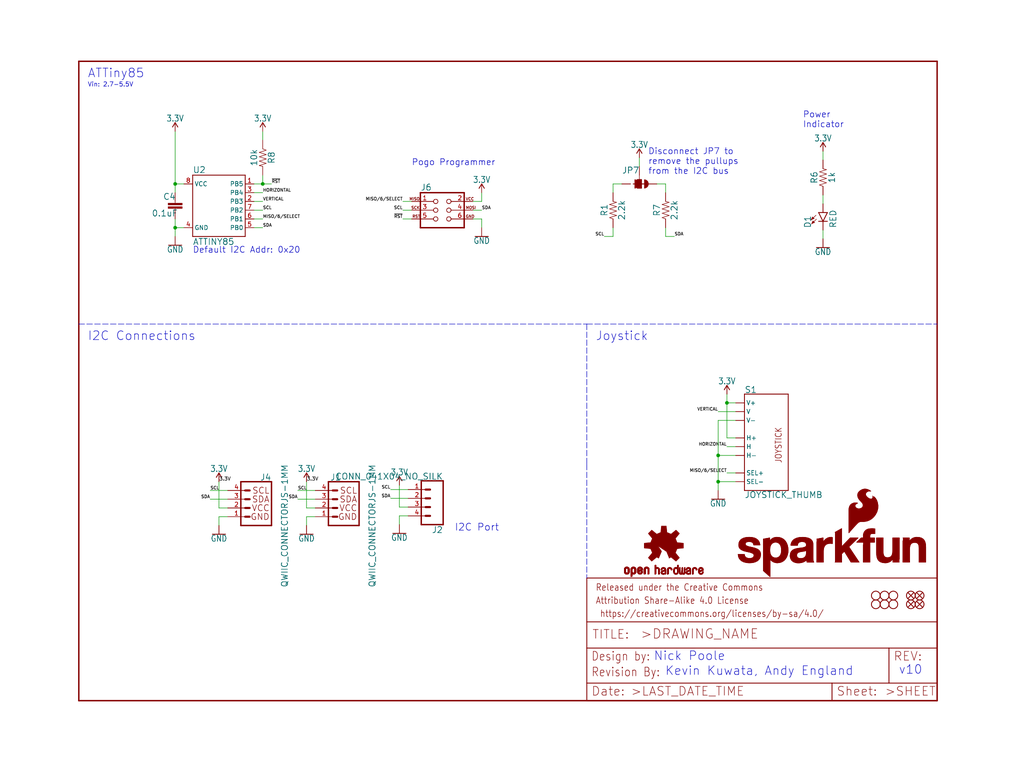
<source format=kicad_sch>
(kicad_sch (version 20211123) (generator eeschema)
  (paper "User" 297.002 223.926)
  (lib_symbols
    (symbol "eagleSchem-eagle-import:0.1UF-0603-25V-(+80{slash}-20%)"
      (property "Reference" "C" (at 1.524 2.921 0))
      (property "Value" "0.1UF-0603-25V-(+80{slash}-20%)" (at 1.524 -2.159 0))
      (symbol "0.1UF-0603-25V-(+80{slash}-20%)_1_0"
        (pin passive line (at 0 5.08 270) (length 2.54) (name "1") (number "1"))
        (pin passive line (at 0 -2.54 90) (length 2.54) (name "2") (number "2"))
      )
    )
    (symbol "eagleSchem-eagle-import:10KOHM-0603-1{slash}10W-1%"
      (property "Reference" "R" (at 0 1.524 0))
      (property "Value" "10KOHM-0603-1{slash}10W-1%" (at 0 -1.524 0))
      (symbol "10KOHM-0603-1{slash}10W-1%_1_0"
        (pin passive line (at -5.08 0 0) (length 2.54) (name "1") (number "1"))
        (pin passive line (at 5.08 0 180) (length 2.54) (name "2") (number "2"))
      )
    )
    (symbol "eagleSchem-eagle-import:1KOHM-0603-1{slash}10W-1%"
      (property "Reference" "R" (at 0 1.524 0))
      (property "Value" "1KOHM-0603-1{slash}10W-1%" (at 0 -1.524 0))
      (symbol "1KOHM-0603-1{slash}10W-1%_1_0"
        (pin passive line (at -5.08 0 0) (length 2.54) (name "1") (number "1"))
        (pin passive line (at 5.08 0 180) (length 2.54) (name "2") (number "2"))
      )
    )
    (symbol "eagleSchem-eagle-import:2.2KOHM-0603-1{slash}10W-1%"
      (property "Reference" "R" (at 0 1.524 0))
      (property "Value" "2.2KOHM-0603-1{slash}10W-1%" (at 0 -1.524 0))
      (symbol "2.2KOHM-0603-1{slash}10W-1%_1_0"
        (pin passive line (at -5.08 0 0) (length 2.54) (name "1") (number "1"))
        (pin passive line (at 5.08 0 180) (length 2.54) (name "2") (number "2"))
      )
    )
    (symbol "eagleSchem-eagle-import:3.3V" (power)
      (property "Value" "3.3V" (at 0 2.794 0))
      (symbol "3.3V_1_0"
        (pin power_in line (at 0 0 90) (length 2.54) (name "3.3V") (number "1"))
      )
    )
    (symbol "eagleSchem-eagle-import:ATTINY85"
      (property "Reference" "U" (at -7.62 8.128 0))
      (property "Value" "ATTINY85" (at -7.62 -12.7 0))
      (symbol "ATTINY85_1_0"
        (pin bidirectional line (at 10.16 5.08 180) (length 2.54) (name "PB5") (number "1"))
        (pin bidirectional line (at 10.16 0 180) (length 2.54) (name "PB3") (number "2"))
        (pin bidirectional line (at 10.16 2.54 180) (length 2.54) (name "PB4") (number "3"))
        (pin bidirectional line (at -10.16 -7.62 0) (length 2.54) (name "GND") (number "4"))
        (pin bidirectional line (at 10.16 -7.62 180) (length 2.54) (name "PB0") (number "5"))
        (pin bidirectional line (at 10.16 -5.08 180) (length 2.54) (name "PB1") (number "6"))
        (pin bidirectional line (at 10.16 -2.54 180) (length 2.54) (name "PB2") (number "7"))
        (pin bidirectional line (at -10.16 5.08 0) (length 2.54) (name "VCC") (number "8"))
      )
    )
    (symbol "eagleSchem-eagle-import:AVR_SPI_PROG_3X2TESTPOINTS"
      (property "Reference" "J" (at -5.08 5.588 0))
      (property "Value" "AVR_SPI_PROG_3X2TESTPOINTS" (at -5.08 -7.366 0))
      (symbol "AVR_SPI_PROG_3X2TESTPOINTS_1_0"
        (text "GND" (at 8.001 -2.286 0) (effects (font (size 0.8128 0.8128)) (justify left bottom)))
        (text "MISO" (at -5.207 2.794 0) (effects (font (size 0.8128 0.8128)) (justify right bottom)))
        (text "MOSI" (at 8.001 0.254 0) (effects (font (size 0.8128 0.8128)) (justify left bottom)))
        (text "RST" (at -5.08 -2.286 0) (effects (font (size 0.8128 0.8128)) (justify right bottom)))
        (text "SCK" (at -5.207 0.254 0) (effects (font (size 0.8128 0.8128)) (justify right bottom)))
        (text "VCC" (at 8.001 2.794 0) (effects (font (size 0.8128 0.8128)) (justify left bottom)))
        (pin passive inverted (at -7.62 2.54 0) (length 7.62) (name "1") (number "1"))
        (pin passive inverted (at 10.16 2.54 180) (length 7.62) (name "2") (number "2"))
        (pin passive inverted (at -7.62 0 0) (length 7.62) (name "3") (number "3"))
        (pin passive inverted (at 10.16 0 180) (length 7.62) (name "4") (number "4"))
        (pin passive inverted (at -7.62 -2.54 0) (length 7.62) (name "5") (number "5"))
        (pin passive inverted (at 10.16 -2.54 180) (length 7.62) (name "6") (number "6"))
      )
    )
    (symbol "eagleSchem-eagle-import:CONN_041X04_NO_SILK"
      (property "Reference" "J" (at -5.08 8.128 0))
      (property "Value" "CONN_041X04_NO_SILK" (at -5.08 -7.366 0))
      (symbol "CONN_041X04_NO_SILK_1_0"
        (pin passive line (at 5.08 -2.54 180) (length 5.08) (name "1") (number "1"))
        (pin passive line (at 5.08 0 180) (length 5.08) (name "2") (number "2"))
        (pin passive line (at 5.08 2.54 180) (length 5.08) (name "3") (number "3"))
        (pin passive line (at 5.08 5.08 180) (length 5.08) (name "4") (number "4"))
      )
    )
    (symbol "eagleSchem-eagle-import:FIDUCIALUFIDUCIAL")
    (symbol "eagleSchem-eagle-import:FRAME-LETTER"
      (symbol "FRAME-LETTER_2_0"
        (text " https://creativecommons.org/licenses/by-sa/4.0/" (at 2.54 24.13 0) (effects (font (size 1.9304 1.6408)) (justify left bottom)))
        (text ">DRAWING_NAME" (at 15.494 17.78 0) (effects (font (size 2.7432 2.7432)) (justify left bottom)))
        (text ">LAST_DATE_TIME" (at 12.7 1.27 0) (effects (font (size 2.54 2.54)) (justify left bottom)))
        (text ">SHEET" (at 86.36 1.27 0) (effects (font (size 2.54 2.54)) (justify left bottom)))
        (text "Attribution Share-Alike 4.0 License" (at 2.54 27.94 0) (effects (font (size 1.9304 1.6408)) (justify left bottom)))
        (text "Date:" (at 1.27 1.27 0) (effects (font (size 2.54 2.54)) (justify left bottom)))
        (text "Design by:" (at 1.27 11.43 0) (effects (font (size 2.54 2.159)) (justify left bottom)))
        (text "Released under the Creative Commons" (at 2.54 31.75 0) (effects (font (size 1.9304 1.6408)) (justify left bottom)))
        (text "REV:" (at 88.9 11.43 0) (effects (font (size 2.54 2.54)) (justify left bottom)))
        (text "Sheet:" (at 72.39 1.27 0) (effects (font (size 2.54 2.54)) (justify left bottom)))
        (text "TITLE:" (at 1.524 17.78 0) (effects (font (size 2.54 2.54)) (justify left bottom)))
      )
    )
    (symbol "eagleSchem-eagle-import:GND" (power)
      (property "Value" "GND" (at 0 -0.254 0))
      (symbol "GND_1_0"
        (pin power_in line (at 0 2.54 270) (length 2.54) (name "GND") (number "1"))
      )
    )
    (symbol "eagleSchem-eagle-import:JOYSTICK_THUMB"
      (property "Reference" "S" (at -7.62 12.954 0))
      (property "Value" "JOYSTICK_THUMB" (at -7.62 -15.494 0))
      (symbol "JOYSTICK_THUMB_1_0"
        (text "JOYSTICK" (at 3.302 -7.366 900) (effects (font (size 1.778 1.5113)) (justify left bottom)))
        (pin bidirectional line (at -10.16 -10.16 0) (length 2.54) (name "SEL+") (number "B1A"))
        (pin bidirectional line (at -10.16 -12.7 0) (length 2.54) (name "SEL-") (number "B2A"))
        (pin bidirectional line (at -10.16 0 0) (length 2.54) (name "H+") (number "H1"))
        (pin bidirectional line (at -10.16 -2.54 0) (length 2.54) (name "H") (number "H2"))
        (pin bidirectional line (at -10.16 -5.08 0) (length 2.54) (name "H-") (number "H3"))
        (pin bidirectional line (at -10.16 10.16 0) (length 2.54) (name "V+") (number "V1"))
        (pin bidirectional line (at -10.16 7.62 0) (length 2.54) (name "V") (number "V2"))
        (pin bidirectional line (at -10.16 5.08 0) (length 2.54) (name "V-") (number "V3"))
      )
    )
    (symbol "eagleSchem-eagle-import:JUMPER-SMT_3_2-NC_TRACE_NO-SILK"
      (property "Reference" "JP" (at 2.54 0.381 0))
      (property "Value" "JUMPER-SMT_3_2-NC_TRACE_NO-SILK" (at 2.54 -0.381 0))
      (symbol "JUMPER-SMT_3_2-NC_TRACE_NO-SILK_1_0"
        (pin passive line (at 0 5.08 270) (length 2.54) (name "1") (number "1"))
        (pin passive line (at -5.08 0 0) (length 2.54) (name "2") (number "2"))
        (pin passive line (at 0 -5.08 90) (length 2.54) (name "3") (number "3"))
      )
    )
    (symbol "eagleSchem-eagle-import:LED-RED0603"
      (property "Reference" "D" (at -3.429 -4.572 90))
      (property "Value" "LED-RED0603" (at 1.905 -4.572 90))
      (symbol "LED-RED0603_1_0"
        (pin passive line (at 0 2.54 270) (length 2.54) (name "A") (number "A"))
        (pin passive line (at 0 -5.08 90) (length 2.54) (name "C") (number "C"))
      )
    )
    (symbol "eagleSchem-eagle-import:OSHW-LOGOMINI")
    (symbol "eagleSchem-eagle-import:QWIIC_CONNECTORJS-1MM"
      (property "Reference" "J" (at -5.08 7.874 0))
      (property "Value" "QWIIC_CONNECTORJS-1MM" (at -5.08 -5.334 0))
      (symbol "QWIIC_CONNECTORJS-1MM_1_0"
        (text "GND" (at -4.572 -2.54 0) (effects (font (size 1.778 1.778)) (justify left)))
        (text "SCL" (at -4.572 5.08 0) (effects (font (size 1.778 1.778)) (justify left)))
        (text "SDA" (at -4.572 2.54 0) (effects (font (size 1.778 1.778)) (justify left)))
        (text "VCC" (at -4.572 0 0) (effects (font (size 1.778 1.778)) (justify left)))
        (pin power_in line (at 7.62 -2.54 180) (length 5.08) (name "1") (number "1"))
        (pin power_in line (at 7.62 0 180) (length 5.08) (name "2") (number "2"))
        (pin passive line (at 7.62 2.54 180) (length 5.08) (name "3") (number "3"))
        (pin passive line (at 7.62 5.08 180) (length 5.08) (name "4") (number "4"))
      )
    )
    (symbol "eagleSchem-eagle-import:REVISION"
      (symbol "REVISION_1_0"
        (text "Revision By: " (at 0 0 0) (effects (font (size 2.54 2.159)) (justify left bottom)))
      )
    )
    (symbol "eagleSchem-eagle-import:SFE_LOGO_NAME_FLAME.1_INCH")
    (symbol "eagleSchem-eagle-import:STAND-OFF")
    (symbol "eagleSchem-eagle-import:VCC" (power)
      (property "Value" "VCC" (at 0 2.794 0))
      (symbol "VCC_1_0"
        (pin power_in line (at 0 0 90) (length 2.54) (name "VCC") (number "1"))
      )
    )
  )
  (junction (at 208.28 132.08))
  (junction (at 50.8 66.04))
  (junction (at 208.28 139.7))
  (junction (at 76.2 53.34))
  (junction (at 210.82 116.84))
  (junction (at 50.8 53.34))
  (wire (pts (xy 238.6838 56.5658) (xy 238.6838 59.1058)))
  (wire (pts (xy 76.2 38.1) (xy 76.2 40.64)))
  (wire (pts (xy 50.8 53.34) (xy 50.8 55.88)))
  (wire (pts (xy 50.8 38.1) (xy 50.8 53.34)))
  (wire (pts (xy 76.2 53.34) (xy 78.74 53.34)))
  (wire (pts (xy 91.44 144.78) (xy 86.36 144.78)))
  (wire (pts (xy 208.28 139.7) (xy 208.28 142.24)))
  (wire (pts (xy 66.04 142.24) (xy 60.96 142.24)))
  (wire (pts (xy 50.8 63.5) (xy 50.8 66.04)))
  (wire (pts (xy 73.66 66.04) (xy 76.2 66.04)))
  (wire (pts (xy 88.9 139.7) (xy 88.9 147.32)))
  (wire (pts (xy 73.66 60.96) (xy 76.2 60.96)))
  (wire (pts (xy 73.66 58.42) (xy 76.2 58.42)))
  (wire (pts (xy 50.8 66.04) (xy 53.34 66.04)))
  (wire (pts (xy 63.5 139.7) (xy 63.5 147.32)))
  (wire (pts (xy 210.82 116.84) (xy 210.82 114.3)))
  (wire (pts (xy 213.36 116.84) (xy 210.82 116.84)))
  (wire (pts (xy 213.36 119.38) (xy 208.28 119.38)))
  (wire (pts (xy 177.8 55.88) (xy 177.8 53.34)))
  (wire (pts (xy 76.2 53.34) (xy 76.2 50.8)))
  (wire (pts (xy 137.16 63.5) (xy 139.7 63.5)))
  (wire (pts (xy 50.8 68.58) (xy 50.8 66.04)))
  (wire (pts (xy 177.8 66.04) (xy 177.8 68.58)))
  (wire (pts (xy 193.04 55.88) (xy 193.04 53.34)))
  (wire (pts (xy 73.66 53.34) (xy 76.2 53.34)))
  (wire (pts (xy 177.8 68.58) (xy 175.26 68.58)))
  (wire (pts (xy 193.04 66.04) (xy 193.04 68.58)))
  (wire (pts (xy 63.5 149.86) (xy 63.5 152.4)))
  (wire (pts (xy 115.824 147.066) (xy 115.824 140.716)))
  (wire (pts (xy 119.38 60.96) (xy 116.84 60.96)))
  (polyline (pts (xy 170.18 93.98) (xy 271.78 93.98)))
  (wire (pts (xy 50.8 53.34) (xy 53.34 53.34)))
  (wire (pts (xy 118.364 147.066) (xy 115.824 147.066)))
  (wire (pts (xy 66.04 144.78) (xy 60.96 144.78)))
  (wire (pts (xy 137.16 58.42) (xy 139.7 58.42)))
  (wire (pts (xy 73.66 55.88) (xy 76.2 55.88)))
  (wire (pts (xy 213.36 127) (xy 210.82 127)))
  (wire (pts (xy 193.04 53.34) (xy 190.5 53.34)))
  (wire (pts (xy 115.824 149.606) (xy 115.824 152.146)))
  (polyline (pts (xy 170.18 134.62) (xy 170.18 167.64)))
  (wire (pts (xy 118.364 144.526) (xy 113.284 144.526)))
  (wire (pts (xy 213.36 129.54) (xy 210.82 129.54)))
  (wire (pts (xy 91.44 149.86) (xy 88.9 149.86)))
  (wire (pts (xy 88.9 149.86) (xy 88.9 152.4)))
  (wire (pts (xy 193.04 68.58) (xy 195.58 68.58)))
  (wire (pts (xy 118.364 149.606) (xy 115.824 149.606)))
  (wire (pts (xy 210.82 121.92) (xy 208.28 121.92)))
  (wire (pts (xy 73.66 63.5) (xy 76.2 63.5)))
  (wire (pts (xy 208.28 121.92) (xy 208.28 132.08)))
  (wire (pts (xy 185.42 48.26) (xy 185.42 45.72)))
  (wire (pts (xy 119.38 58.42) (xy 116.84 58.42)))
  (wire (pts (xy 238.6838 66.7258) (xy 238.6838 69.2658)))
  (wire (pts (xy 91.44 142.24) (xy 86.36 142.24)))
  (wire (pts (xy 177.8 53.34) (xy 180.34 53.34)))
  (wire (pts (xy 213.36 137.16) (xy 210.82 137.16)))
  (wire (pts (xy 208.28 139.7) (xy 213.36 139.7)))
  (wire (pts (xy 213.36 132.08) (xy 208.28 132.08)))
  (wire (pts (xy 210.82 116.84) (xy 210.82 127)))
  (polyline (pts (xy 22.86 93.98) (xy 170.18 93.98)))
  (wire (pts (xy 213.36 121.92) (xy 210.82 121.92)))
  (wire (pts (xy 238.6838 43.8658) (xy 238.6838 46.4058)))
  (wire (pts (xy 139.7 55.88) (xy 139.7 58.42)))
  (wire (pts (xy 63.5 147.32) (xy 66.04 147.32)))
  (wire (pts (xy 88.9 147.32) (xy 91.44 147.32)))
  (wire (pts (xy 208.28 132.08) (xy 208.28 139.7)))
  (wire (pts (xy 118.364 141.986) (xy 113.284 141.986)))
  (polyline (pts (xy 170.18 93.98) (xy 170.18 134.62)))
  (wire (pts (xy 119.38 63.5) (xy 116.84 63.5)))
  (wire (pts (xy 139.7 63.5) (xy 139.7 66.04)))
  (wire (pts (xy 137.16 60.96) (xy 139.7 60.96)))
  (wire (pts (xy 66.04 149.86) (xy 63.5 149.86)))
  (text "ATTiny85" (at 25.4 22.86 180) (effects (font (size 2.54 2.54)) (justify left bottom)))
  (text "Nick Poole" (at 189.5348 191.8716 180) (effects (font (size 2.54 2.54)) (justify left bottom)))
  (text "I2C Connections" (at 25.4 99.06 180) (effects (font (size 2.54 2.54)) (justify left bottom)))
  (text "Kevin Kuwata, Andy England" (at 192.8368 196.1896 180) (effects (font (size 2.54 2.54)) (justify left bottom)))
  (text "Power\nIndicator" (at 232.8418 37.2618 180) (effects (font (size 1.778 1.778)) (justify left bottom)))
  (text "Joystick" (at 172.72 99.06 180) (effects (font (size 2.54 2.54)) (justify left bottom)))
  (text "Pogo Programmer" (at 119.38 48.26 180) (effects (font (size 1.778 1.778)) (justify left bottom)))
  (text "Disconnect JP7 to\nremove the pullups\nfrom the I2C bus" (at 187.96 50.8 0) (effects (font (size 1.778 1.778)) (justify left bottom)))
  (text "I2C Port" (at 131.826 151.892 180) (effects (font (size 2.032 2.032)) (justify left top)))
  (text "Vin: 2.7-5.5V" (at 25.4 25.4 180) (effects (font (size 1.27 1.27)) (justify left bottom)))
  (text "Default I2C Addr: 0x20" (at 55.88 73.66 180) (effects (font (size 1.778 1.778)) (justify left bottom)))
  (text "v10" (at 260.604 195.834 180) (effects (font (size 2.54 2.54)) (justify left bottom)))
  (label "3.3V" (at 63.5 139.7 0) (effects (font (size 1.016 1.016))))
  (label "SCL" (at 76.2 60.96 0) (effects (font (size 0.889 0.889))))
  (label "HORIZONTAL" (at 76.2 55.88 0) (effects (font (size 0.889 0.889))))
  (label "HORIZONTAL" (at 210.82 129.54 180) (effects (font (size 0.889 0.889))))
  (label "SCL" (at 116.84 60.96 180) (effects (font (size 0.889 0.889))))
  (label "~{RST}" (at 116.84 63.5 180) (effects (font (size 0.889 0.889))))
  (label "MISO/6/SELECT" (at 76.2 63.5 0) (effects (font (size 0.889 0.889))))
  (label "SDA" (at 113.284 144.526 180) (effects (font (size 0.889 0.889))))
  (label "SDA" (at 76.2 66.04 0) (effects (font (size 0.889 0.889))))
  (label "3.3V" (at 88.9 139.7 0) (effects (font (size 1.016 1.016))))
  (label "MISO/6/SELECT" (at 116.84 58.42 180) (effects (font (size 0.889 0.889))))
  (label "SDA" (at 139.7 60.96 0) (effects (font (size 0.889 0.889))))
  (label "SCL" (at 175.26 68.58 180) (effects (font (size 0.889 0.889))))
  (label "SCL" (at 86.36 142.24 0) (effects (font (size 0.889 0.889))))
  (label "~{RST}" (at 78.74 53.34 0) (effects (font (size 0.889 0.889))))
  (label "SDA" (at 195.58 68.58 0) (effects (font (size 0.889 0.889))))
  (label "SCL" (at 113.284 141.986 180) (effects (font (size 0.889 0.889))))
  (label "VERTICAL" (at 76.2 58.42 0) (effects (font (size 0.889 0.889))))
  (label "SDA" (at 60.96 144.78 180) (effects (font (size 0.889 0.889))))
  (label "VERTICAL" (at 208.28 119.38 180) (effects (font (size 0.889 0.889))))
  (label "MISO/6/SELECT" (at 210.82 137.16 180) (effects (font (size 0.889 0.889))))
  (label "SDA" (at 86.36 144.78 180) (effects (font (size 0.889 0.889))))
  (label "SCL" (at 60.96 142.24 0) (effects (font (size 0.889 0.889))))
  (symbol (lib_id "eagleSchem-eagle-import:0.1UF-0603-25V-(+80{slash}-20%)") (at 50.8 60.96 0) (unit 1)
    (property "Reference" "C4" (at 47.244 58.039 0) (effects (font (size 1.778 1.778)) (justify left bottom)))
    (property "Value" "0.1uF" (at 43.942 62.865 0) (effects (font (size 1.778 1.778)) (justify left bottom)))
    (property "Footprint" "eagleSchem:0603" (effects hide))
  )
  (symbol (lib_id "eagleSchem-eagle-import:REVISION") (at 171.45 196.342 0) (unit 1)
    (property "Reference" "LOGO2" (effects hide))
    (property "Value" "REVISION" (effects hide))
    (property "Footprint" "eagleSchem:REVISION" (effects hide))
  )
  (symbol (lib_id "eagleSchem-eagle-import:GND") (at 139.7 68.58 0) (unit 1)
    (property "Reference" "#GND5" (effects hide))
    (property "Value" "GND" (at 139.7 68.834 0) (effects (font (size 1.778 1.5113)) (justify top)))
    (property "Footprint" "eagleSchem:" (effects hide))
  )
  (symbol (lib_id "eagleSchem-eagle-import:FIDUCIALUFIDUCIAL") (at 264.16 172.72 0) (unit 1)
    (property "Reference" "JP2" (effects hide))
    (property "Value" "FIDUCIALUFIDUCIAL" (effects hide))
    (property "Footprint" "eagleSchem:MICRO-FIDUCIAL" (effects hide))
  )
  (symbol (lib_id "eagleSchem-eagle-import:ATTINY85") (at 63.5 58.42 0) (unit 1)
    (property "Reference" "U2" (at 55.88 50.292 0) (effects (font (size 1.778 1.778)) (justify left bottom)))
    (property "Value" "ATTINY85" (at 55.88 71.12 0) (effects (font (size 1.778 1.778)) (justify left bottom)))
    (property "Footprint" "eagleSchem:ATTINY85" (effects hide))
  )
  (symbol (lib_id "eagleSchem-eagle-import:GND") (at 88.9 154.94 0) (unit 1)
    (property "Reference" "#GND1" (effects hide))
    (property "Value" "GND" (at 88.9 155.194 0) (effects (font (size 1.778 1.5113)) (justify top)))
    (property "Footprint" "eagleSchem:" (effects hide))
  )
  (symbol (lib_id "eagleSchem-eagle-import:GND") (at 208.28 144.78 0) (unit 1)
    (property "Reference" "#GND7" (effects hide))
    (property "Value" "GND" (at 208.28 145.034 0) (effects (font (size 1.778 1.5113)) (justify top)))
    (property "Footprint" "eagleSchem:" (effects hide))
  )
  (symbol (lib_id "eagleSchem-eagle-import:2.2KOHM-0603-1{slash}10W-1%") (at 177.8 60.96 90) (unit 1)
    (property "Reference" "R1" (at 176.276 60.96 0) (effects (font (size 1.778 1.778)) (justify bottom)))
    (property "Value" "2.2k" (at 179.324 60.96 0) (effects (font (size 1.778 1.778)) (justify top)))
    (property "Footprint" "eagleSchem:0603" (effects hide))
  )
  (symbol (lib_id "eagleSchem-eagle-import:GND") (at 50.8 71.12 0) (unit 1)
    (property "Reference" "#GND3" (effects hide))
    (property "Value" "GND" (at 50.8 71.374 0) (effects (font (size 1.778 1.5113)) (justify top)))
    (property "Footprint" "eagleSchem:" (effects hide))
  )
  (symbol (lib_id "eagleSchem-eagle-import:JUMPER-SMT_3_2-NC_TRACE_NO-SILK") (at 185.42 53.34 270) (unit 1)
    (property "Reference" "JP7" (at 180.34 50.419 90) (effects (font (size 1.778 1.778)) (justify left bottom)))
    (property "Value" "JUMPER-SMT_3_2-NC_TRACE_NO-SILK" (effects hide))
    (property "Footprint" "eagleSchem:SMT-JUMPER_3_2-NC_TRACE_NO-SILK" (effects hide))
  )
  (symbol (lib_id "eagleSchem-eagle-import:1KOHM-0603-1{slash}10W-1%") (at 238.6838 51.4858 90) (unit 1)
    (property "Reference" "R6" (at 237.1598 51.4858 0) (effects (font (size 1.778 1.778)) (justify bottom)))
    (property "Value" "1k" (at 240.2078 51.4858 0) (effects (font (size 1.778 1.778)) (justify top)))
    (property "Footprint" "eagleSchem:0603" (effects hide))
  )
  (symbol (lib_id "eagleSchem-eagle-import:3.3V") (at 185.42 45.72 0) (unit 1)
    (property "Reference" "#SUPPLY9" (effects hide))
    (property "Value" "3.3V" (at 185.42 42.926 0) (effects (font (size 1.778 1.5113)) (justify bottom)))
    (property "Footprint" "eagleSchem:" (effects hide))
  )
  (symbol (lib_id "eagleSchem-eagle-import:FRAME-LETTER") (at 170.18 203.2 0) (unit 2)
    (property "Reference" "FRAME1" (effects hide))
    (property "Value" "FRAME-LETTER" (effects hide))
    (property "Footprint" "eagleSchem:CREATIVE_COMMONS" (effects hide))
  )
  (symbol (lib_id "eagleSchem-eagle-import:GND") (at 115.824 154.686 0) (unit 1)
    (property "Reference" "#GND6" (effects hide))
    (property "Value" "GND" (at 115.824 154.94 0) (effects (font (size 1.778 1.5113)) (justify top)))
    (property "Footprint" "eagleSchem:" (effects hide))
  )
  (symbol (lib_id "eagleSchem-eagle-import:JOYSTICK_THUMB") (at 223.52 127 0) (unit 1)
    (property "Reference" "S1" (at 215.9 114.046 0) (effects (font (size 1.778 1.778)) (justify left bottom)))
    (property "Value" "JOYSTICK_THUMB" (at 215.9 142.494 0) (effects (font (size 1.778 1.778)) (justify left top)))
    (property "Footprint" "eagleSchem:JOYSTICK" (effects hide))
  )
  (symbol (lib_id "eagleSchem-eagle-import:FIDUCIALUFIDUCIAL") (at 266.7 172.72 0) (unit 1)
    (property "Reference" "JP3" (effects hide))
    (property "Value" "FIDUCIALUFIDUCIAL" (effects hide))
    (property "Footprint" "eagleSchem:MICRO-FIDUCIAL" (effects hide))
  )
  (symbol (lib_id "eagleSchem-eagle-import:2.2KOHM-0603-1{slash}10W-1%") (at 193.04 60.96 90) (unit 1)
    (property "Reference" "R7" (at 191.516 60.96 0) (effects (font (size 1.778 1.778)) (justify bottom)))
    (property "Value" "2.2k" (at 194.564 60.96 0) (effects (font (size 1.778 1.778)) (justify top)))
    (property "Footprint" "eagleSchem:0603" (effects hide))
  )
  (symbol (lib_id "eagleSchem-eagle-import:QWIIC_CONNECTORJS-1MM") (at 73.66 147.32 0) (mirror y) (unit 1)
    (property "Reference" "J4" (at 78.74 139.446 0) (effects (font (size 1.778 1.778)) (justify left bottom)))
    (property "Value" "QWIIC_CONNECTORJS-1MM" (at 81.534 134.62 90) (effects (font (size 1.778 1.778)) (justify right bottom)))
    (property "Footprint" "eagleSchem:1X04_1MM_RA" (effects hide))
  )
  (symbol (lib_id "eagleSchem-eagle-import:SFE_LOGO_NAME_FLAME.1_INCH") (at 213.36 167.64 0) (unit 1)
    (property "Reference" "U$1" (effects hide))
    (property "Value" "SFE_LOGO_NAME_FLAME.1_INCH" (effects hide))
    (property "Footprint" "eagleSchem:SFE_LOGO_NAME_FLAME_.1" (effects hide))
  )
  (symbol (lib_id "eagleSchem-eagle-import:GND") (at 63.5 154.94 0) (unit 1)
    (property "Reference" "#GND8" (effects hide))
    (property "Value" "GND" (at 63.5 155.194 0) (effects (font (size 1.778 1.5113)) (justify top)))
    (property "Footprint" "eagleSchem:" (effects hide))
  )
  (symbol (lib_id "eagleSchem-eagle-import:STAND-OFF") (at 256.54 175.26 0) (unit 1)
    (property "Reference" "H3" (effects hide))
    (property "Value" "STAND-OFF" (effects hide))
    (property "Footprint" "eagleSchem:STAND-OFF" (effects hide))
  )
  (symbol (lib_id "eagleSchem-eagle-import:VCC") (at 63.5 139.7 0) (unit 1)
    (property "Reference" "#SUPPLY2" (effects hide))
    (property "Value" "3.3V" (at 63.5 136.906 0) (effects (font (size 1.778 1.5113)) (justify bottom)))
    (property "Footprint" "eagleSchem:" (effects hide))
  )
  (symbol (lib_id "eagleSchem-eagle-import:OSHW-LOGOMINI") (at 192.532 158.242 0) (unit 1)
    (property "Reference" "LOGO1" (effects hide))
    (property "Value" "OSHW-LOGOMINI" (effects hide))
    (property "Footprint" "eagleSchem:OSHW-LOGO-MINI" (effects hide))
  )
  (symbol (lib_id "eagleSchem-eagle-import:STAND-OFF") (at 256.54 172.72 0) (unit 1)
    (property "Reference" "H4" (effects hide))
    (property "Value" "STAND-OFF" (effects hide))
    (property "Footprint" "eagleSchem:STAND-OFF" (effects hide))
  )
  (symbol (lib_id "eagleSchem-eagle-import:3.3V") (at 238.6838 43.8658 0) (unit 1)
    (property "Reference" "#SUPPLY11" (effects hide))
    (property "Value" "3.3V" (at 238.6838 41.0718 0) (effects (font (size 1.778 1.5113)) (justify bottom)))
    (property "Footprint" "eagleSchem:" (effects hide))
  )
  (symbol (lib_id "eagleSchem-eagle-import:3.3V") (at 50.8 38.1 0) (unit 1)
    (property "Reference" "#SUPPLY6" (effects hide))
    (property "Value" "3.3V" (at 50.8 35.306 0) (effects (font (size 1.778 1.5113)) (justify bottom)))
    (property "Footprint" "eagleSchem:" (effects hide))
  )
  (symbol (lib_id "eagleSchem-eagle-import:STAND-OFF") (at 254 172.72 0) (unit 1)
    (property "Reference" "H5" (effects hide))
    (property "Value" "STAND-OFF" (effects hide))
    (property "Footprint" "eagleSchem:STAND-OFF" (effects hide))
  )
  (symbol (lib_id "eagleSchem-eagle-import:10KOHM-0603-1{slash}10W-1%") (at 76.2 45.72 270) (unit 1)
    (property "Reference" "R8" (at 77.724 45.72 0) (effects (font (size 1.778 1.778)) (justify bottom)))
    (property "Value" "10k" (at 74.676 45.72 0) (effects (font (size 1.778 1.778)) (justify top)))
    (property "Footprint" "eagleSchem:0603" (effects hide))
  )
  (symbol (lib_id "eagleSchem-eagle-import:QWIIC_CONNECTORJS-1MM") (at 99.06 147.32 0) (mirror y) (unit 1)
    (property "Reference" "J1" (at 99.06 139.446 0) (effects (font (size 1.778 1.778)) (justify left bottom)))
    (property "Value" "QWIIC_CONNECTORJS-1MM" (at 106.934 134.62 90) (effects (font (size 1.778 1.778)) (justify right bottom)))
    (property "Footprint" "eagleSchem:1X04_1MM_RA" (effects hide))
  )
  (symbol (lib_id "eagleSchem-eagle-import:FRAME-LETTER") (at 22.86 203.2 0) (unit 1)
    (property "Reference" "FRAME1" (effects hide))
    (property "Value" "FRAME-LETTER" (effects hide))
    (property "Footprint" "eagleSchem:CREATIVE_COMMONS" (effects hide))
  )
  (symbol (lib_id "eagleSchem-eagle-import:3.3V") (at 76.2 38.1 0) (unit 1)
    (property "Reference" "#SUPPLY3" (effects hide))
    (property "Value" "3.3V" (at 76.2 35.306 0) (effects (font (size 1.778 1.5113)) (justify bottom)))
    (property "Footprint" "eagleSchem:" (effects hide))
  )
  (symbol (lib_id "eagleSchem-eagle-import:FIDUCIALUFIDUCIAL") (at 266.7 175.26 0) (unit 1)
    (property "Reference" "JP1" (effects hide))
    (property "Value" "FIDUCIALUFIDUCIAL" (effects hide))
    (property "Footprint" "eagleSchem:MICRO-FIDUCIAL" (effects hide))
  )
  (symbol (lib_id "eagleSchem-eagle-import:CONN_041X04_NO_SILK") (at 123.444 144.526 180) (unit 1)
    (property "Reference" "J2" (at 128.524 152.654 0) (effects (font (size 1.778 1.778)) (justify left bottom)))
    (property "Value" "CONN_041X04_NO_SILK" (at 128.524 137.16 0) (effects (font (size 1.778 1.778)) (justify left bottom)))
    (property "Footprint" "eagleSchem:1X04_NO_SILK" (effects hide))
  )
  (symbol (lib_id "eagleSchem-eagle-import:VCC") (at 88.9 139.7 0) (unit 1)
    (property "Reference" "#SUPPLY1" (effects hide))
    (property "Value" "3.3V" (at 88.9 136.906 0) (effects (font (size 1.778 1.5113)) (justify bottom)))
    (property "Footprint" "eagleSchem:" (effects hide))
  )
  (symbol (lib_id "eagleSchem-eagle-import:LED-RED0603") (at 238.6838 61.6458 0) (unit 1)
    (property "Reference" "D1" (at 235.2548 66.2178 90) (effects (font (size 1.778 1.778)) (justify left bottom)))
    (property "Value" "RED" (at 240.5888 66.2178 90) (effects (font (size 1.778 1.778)) (justify left top)))
    (property "Footprint" "eagleSchem:LED-0603" (effects hide))
  )
  (symbol (lib_id "eagleSchem-eagle-import:GND") (at 238.6838 71.8058 0) (unit 1)
    (property "Reference" "#GND9" (effects hide))
    (property "Value" "GND" (at 238.6838 72.0598 0) (effects (font (size 1.778 1.5113)) (justify top)))
    (property "Footprint" "eagleSchem:" (effects hide))
  )
  (symbol (lib_id "eagleSchem-eagle-import:STAND-OFF") (at 254 175.26 0) (unit 1)
    (property "Reference" "H6" (effects hide))
    (property "Value" "STAND-OFF" (effects hide))
    (property "Footprint" "eagleSchem:STAND-OFF" (effects hide))
  )
  (symbol (lib_id "eagleSchem-eagle-import:STAND-OFF") (at 259.08 172.72 0) (unit 1)
    (property "Reference" "H2" (effects hide))
    (property "Value" "STAND-OFF" (effects hide))
    (property "Footprint" "eagleSchem:STAND-OFF" (effects hide))
  )
  (symbol (lib_id "eagleSchem-eagle-import:STAND-OFF") (at 259.08 175.26 0) (unit 1)
    (property "Reference" "H1" (effects hide))
    (property "Value" "STAND-OFF" (effects hide))
    (property "Footprint" "eagleSchem:STAND-OFF" (effects hide))
  )
  (symbol (lib_id "eagleSchem-eagle-import:AVR_SPI_PROG_3X2TESTPOINTS") (at 127 60.96 0) (unit 1)
    (property "Reference" "J6" (at 121.92 55.372 0) (effects (font (size 1.778 1.778)) (justify left bottom)))
    (property "Value" "AVR_SPI_PROG_3X2TESTPOINTS" (effects hide))
    (property "Footprint" "eagleSchem:2X3_TEST_POINTS" (effects hide))
  )
  (symbol (lib_id "eagleSchem-eagle-import:3.3V") (at 115.824 140.716 0) (unit 1)
    (property "Reference" "#SUPPLY12" (effects hide))
    (property "Value" "3.3V" (at 115.824 137.922 0) (effects (font (size 1.778 1.5113)) (justify bottom)))
    (property "Footprint" "eagleSchem:" (effects hide))
  )
  (symbol (lib_id "eagleSchem-eagle-import:3.3V") (at 139.7 55.88 0) (unit 1)
    (property "Reference" "#SUPPLY10" (effects hide))
    (property "Value" "3.3V" (at 139.7 53.086 0) (effects (font (size 1.778 1.5113)) (justify bottom)))
    (property "Footprint" "eagleSchem:" (effects hide))
  )
  (symbol (lib_id "eagleSchem-eagle-import:SFE_LOGO_NAME_FLAME.1_INCH") (at 213.36 167.64 0) (unit 1)
    (property "Reference" "U$2" (effects hide))
    (property "Value" "SFE_LOGO_NAME_FLAME.1_INCH" (effects hide))
    (property "Footprint" "eagleSchem:SFE_LOGO_NAME_FLAME_.1" (effects hide))
  )
  (symbol (lib_id "eagleSchem-eagle-import:FIDUCIALUFIDUCIAL") (at 264.16 175.26 0) (unit 1)
    (property "Reference" "JP6" (effects hide))
    (property "Value" "FIDUCIALUFIDUCIAL" (effects hide))
    (property "Footprint" "eagleSchem:MICRO-FIDUCIAL" (effects hide))
  )
  (symbol (lib_id "eagleSchem-eagle-import:3.3V") (at 210.82 114.3 0) (unit 1)
    (property "Reference" "#SUPPLY4" (effects hide))
    (property "Value" "3.3V" (at 210.82 111.506 0) (effects (font (size 1.778 1.5113)) (justify bottom)))
    (property "Footprint" "eagleSchem:" (effects hide))
  )
)
</source>
